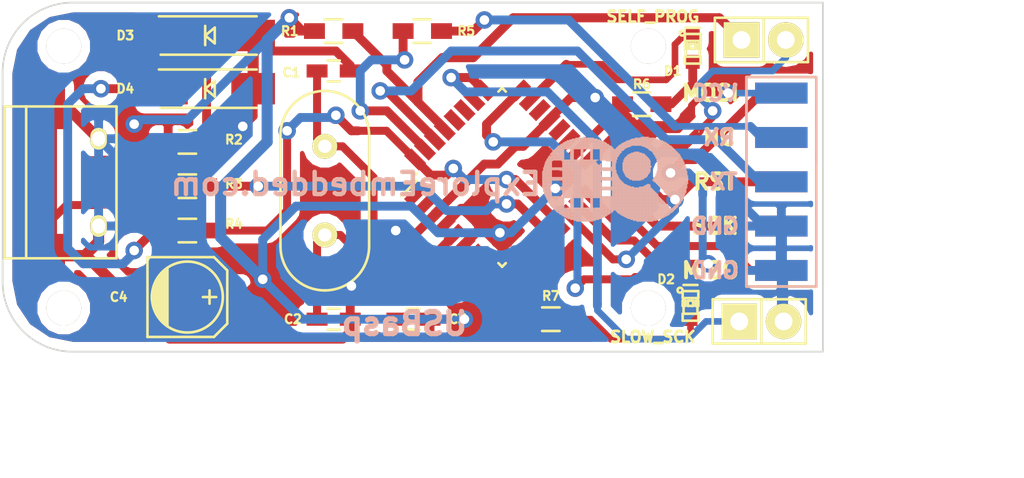
<source format=kicad_pcb>
(kicad_pcb (version 4) (host pcbnew "(2015-01-16 BZR 5376)-product")
  (layers (0 F.Cu signal) (31 B.Cu signal) (34 B.Paste user) (35 F.Paste user) (36 B.SilkS user) (37 F.SilkS user) (38 B.Mask user) (39 F.Mask user) (44 Edge.Cuts user))
  (net 0 "")
  (net 1 "Net-(C1-Pad1)")
  (net 2 GND)
  (net 3 "Net-(C2-Pad1)")
  (net 4 VCC)
  (net 5 "Net-(CON1-Pad2)")
  (net 6 "Net-(CON1-Pad3)")
  (net 7 "Net-(D1-Pad2)")
  (net 8 "Net-(D2-Pad2)")
  (net 9 "Net-(IC1-Pad1)")
  (net 10 "Net-(IC1-Pad2)")
  (net 11 "Net-(IC1-Pad9)")
  (net 12 "Net-(IC1-Pad10)")
  (net 13 "Net-(IC1-Pad11)")
  (net 14 "Net-(IC1-Pad12)")
  (net 15 "Net-(IC1-Pad13)")
  (net 16 "Net-(IC1-Pad14)")
  (net 17 "Net-(IC1-Pad15)")
  (net 18 "Net-(IC1-Pad16)")
  (net 19 "Net-(IC1-Pad17)")
  (net 20 "Net-(IC1-Pad19)")
  (net 21 "Net-(IC1-Pad20)")
  (net 22 "Net-(IC1-Pad22)")
  (net 23 "Net-(IC1-Pad25)")
  (net 24 "Net-(IC1-Pad26)")
  (net 25 "Net-(IC1-Pad27)")
  (net 26 "Net-(IC1-Pad28)")
  (net 27 "Net-(IC1-Pad29)")
  (net 28 "Net-(IC1-Pad30)")
  (net 29 "Net-(IC1-Pad31)")
  (net 30 "Net-(P1-Pad3)")
  (net 31 "Net-(P1-Pad4)")
  (net 32 "Net-(P2-Pad1)")
  (net 33 "Net-(P3-Pad1)")
  (net 34 "Net-(P4-Pad1)")
  (net 35 "Net-(P5-Pad1)")
  (net 36 "Net-(D1-Pad1)")
  (net 37 "Net-(D2-Pad1)")
  (module Pin_Headers:Pin_Header_Straight_1x02 (layer F.Cu) (at 148.336 88.138 90)
    (fp_text reference JP1 hide)
    (fp_text value SELF_PROG hide)
    (pad 1 thru_hole rect (at 0 0 90) (size 2.032 2.032) (drill 1.016) (layers *.Cu *.Mask F.SilkS) (net 27 "Net-(IC1-Pad29)"))
    (pad 2 thru_hole oval (at 0 2.54 90) (size 2.032 2.032) (drill 1.016) (layers *.Cu *.Mask F.SilkS) (net 16 "Net-(IC1-Pad14)"))
  )
  (module Pin_Headers:Pin_Header_Straight_1x02 (layer F.Cu) (at 148.209 104.267 90)
    (fp_text reference JP2 hide)
    (fp_text value SLOW_SCK hide)
    (pad 1 thru_hole rect (at 0 0 90) (size 2.032 2.032) (drill 1.016) (layers *.Cu *.Mask F.SilkS) (net 23 "Net-(IC1-Pad25)"))
    (pad 2 thru_hole oval (at 0 2.54 90) (size 2.032 2.032) (drill 1.016) (layers *.Cu *.Mask F.SilkS) (net 2 GND))
  )
  (module EE:USB_Micro-B_SMD (layer F.Cu) (at 111.5 95)
    (fp_text reference CON1 hide)
    (fp_text value USB-MICRO-B hide)
    (pad 1 smd rect (at 0 0) (size 1.778 0.4) (layers F.Cu F.Paste F.Mask) (net 4 VCC))
    (pad 2 smd rect (at 0 0.65) (size 1.778 0.4) (layers F.Cu F.Paste F.Mask) (net 5 "Net-(CON1-Pad2)"))
    (pad 3 smd rect (at 0 1.3) (size 1.778 0.4) (layers F.Cu F.Paste F.Mask) (net 6 "Net-(CON1-Pad3)"))
    (pad 4 smd rect (at 0 1.95) (size 1.778 0.4) (layers F.Cu F.Paste F.Mask) (net 2 GND))
    (pad 5 smd rect (at 0 2.6) (size 1.778 0.4) (layers F.Cu F.Paste F.Mask) (net 2 GND))
    (pad 6 thru_hole oval (at 0 -1.2) (size 0.95 1.25) (drill oval 0.75 0.85) (layers *.Cu *.Mask F.SilkS) (net 2 GND))
    (pad 7 thru_hole oval (at 0 3.8) (size 0.95 1.25) (drill oval 0.75 0.85) (layers *.Cu *.Mask F.SilkS) (net 2 GND))
    (pad 8 smd rect (at -2.7 -3) (size 1.55 2.5) (layers F.Cu F.Paste F.Mask) (net 2 GND))
    (pad 9 smd rect (at -2.7 5.5) (size 1.55 2.5) (layers F.Cu F.Paste F.Mask) (net 2 GND))
  )
  (module Connect:1pin (layer F.Cu) (at 143 88.5)
    (fp_text reference P5 hide)
    (fp_text value CONN_01X01 hide)
    (pad 1 thru_hole circle (at 0 0) (size 2 2) (drill 2) (layers *.Cu *.Mask F.SilkS) (net 35 "Net-(P5-Pad1)"))
  )
  (module Connect:1pin (layer F.Cu) (at 143 103.5)
    (fp_text reference P4 hide)
    (fp_text value CONN_01X01 hide)
    (pad 1 thru_hole circle (at 0 0) (size 2 2) (drill 2) (layers *.Cu *.Mask F.SilkS) (net 34 "Net-(P4-Pad1)"))
  )
  (module Connect:1pin (layer F.Cu) (at 109.5 103.5)
    (fp_text reference P3 hide)
    (fp_text value CONN_01X01 hide)
    (pad 1 thru_hole circle (at 0 0) (size 2 2) (drill 2) (layers *.Cu *.Mask F.SilkS) (net 33 "Net-(P3-Pad1)"))
  )
  (module Connect:1pin (layer F.Cu) (at 109.5 88.5)
    (fp_text reference P2 hide)
    (fp_text value CONN_01X01 hide)
    (pad 1 thru_hole circle (at 0 0) (size 2 2) (drill 2) (layers *.Cu *.Mask F.SilkS) (net 32 "Net-(P2-Pad1)"))
  )
  (module Capacitors_SMD:C_0603_HandSoldering (layer F.Cu) (at 124.968 89.916)
    (fp_text reference C1 (at -2.424669 0.089803) (layer F.SilkS) (effects (font (size 0.508 0.508) (thickness 0.127))))
    (fp_text value 22pF hide)
    (pad 1 smd rect (at -0.95 0) (size 1.2 0.75) (layers F.Cu F.Paste F.Mask) (net 1 "Net-(C1-Pad1)"))
    (pad 2 smd rect (at 0.95 0) (size 1.2 0.75) (layers F.Cu F.Paste F.Mask) (net 2 GND))
  )
  (module Capacitors_SMD:C_0603_HandSoldering (layer F.Cu) (at 124.968 104.14)
    (fp_text reference C2 (at -2.334867 0) (layer F.SilkS) (effects (font (size 0.508 0.508) (thickness 0.127))))
    (fp_text value 22pF hide)
    (pad 1 smd rect (at -0.95 0) (size 1.2 0.75) (layers F.Cu F.Paste F.Mask) (net 3 "Net-(C2-Pad1)"))
    (pad 2 smd rect (at 0.95 0) (size 1.2 0.75) (layers F.Cu F.Paste F.Mask) (net 2 GND))
  )
  (module Capacitors_SMD:C_0603_HandSoldering (layer F.Cu) (at 129.54 104.14)
    (fp_text reference C3 (at 2.54 0) (layer F.SilkS) (effects (font (size 0.508 0.508) (thickness 0.127))))
    (fp_text value 0.1uF hide)
    (pad 1 smd rect (at -0.95 0) (size 1.2 0.75) (layers F.Cu F.Paste F.Mask) (net 2 GND))
    (pad 2 smd rect (at 0.95 0) (size 1.2 0.75) (layers F.Cu F.Paste F.Mask) (net 4 VCC))
  )
  (module Capacitors_SMD:c_elec_4x5.8 (layer F.Cu) (at 116.586 102.87)
    (fp_text reference C4 (at -3.937 0) (layer F.SilkS) (effects (font (size 0.508 0.508) (thickness 0.127))))
    (fp_text value 4.7uF hide)
    (pad 1 smd rect (at 1.80086 0) (size 2.60096 1.6002) (layers F.Cu F.Paste F.Mask) (net 4 VCC))
    (pad 2 smd rect (at -1.80086 0) (size 2.60096 1.6002) (layers F.Cu F.Paste F.Mask) (net 2 GND))
  )
  (module EE:LED-0603_NEW (layer F.Cu) (at 145.542 88.646 90)
    (fp_text reference D1 (at -1.27 -1.143 360) (layer F.SilkS) (effects (font (size 0.508 0.508) (thickness 0.127))))
    (fp_text value RED hide)
    (pad 1 smd rect (at -0.7493 0 90) (size 0.79756 0.79756) (layers F.Cu F.Paste F.Mask) (net 36 "Net-(D1-Pad1)"))
    (pad 2 smd rect (at 0.7493 0 90) (size 0.79756 0.79756) (layers F.Cu F.Paste F.Mask) (net 7 "Net-(D1-Pad2)"))
  )
  (module EE:LED-0603_NEW (layer F.Cu) (at 145.415 103.378 90)
    (fp_text reference D2 (at 1.524 -1.397 360) (layer F.SilkS) (effects (font (size 0.508 0.508) (thickness 0.127))))
    (fp_text value GREEN hide)
    (pad 1 smd rect (at -0.7493 0 90) (size 0.79756 0.79756) (layers F.Cu F.Paste F.Mask) (net 37 "Net-(D2-Pad1)"))
    (pad 2 smd rect (at 0.7493 0 90) (size 0.79756 0.79756) (layers F.Cu F.Paste F.Mask) (net 8 "Net-(D2-Pad2)"))
  )
  (module EE:5X2_FRC_2SIDE_EE (layer F.Cu) (at 150.622 96.266)
    (fp_text reference P1 hide)
    (fp_text value CONN_02X05 hide)
    (pad 1 smd rect (at 0 -5.08) (size 3 1.2) (layers F.Cu F.Paste F.Mask) (net 17 "Net-(IC1-Pad15)"))
    (pad 2 smd rect (at 0 -5.08) (size 3 1.2) (layers B.Cu F.Paste F.Mask) (net 4 VCC))
    (pad 3 smd rect (at 0 -2.54) (size 3 1.2) (layers F.Cu F.Paste F.Mask) (net 30 "Net-(P1-Pad3)"))
    (pad 4 smd rect (at 0 -2.54) (size 3 1.2) (layers B.Cu F.Paste F.Mask) (net 31 "Net-(P1-Pad4)"))
    (pad 5 smd rect (at 0 0) (size 3 1.2) (layers F.Cu F.Paste F.Mask) (net 16 "Net-(IC1-Pad14)"))
    (pad 6 smd rect (at 0 0) (size 3 1.2) (layers B.Cu F.Paste F.Mask) (net 28 "Net-(IC1-Pad30)"))
    (pad 7 smd rect (at 0 2.54) (size 3 1.2) (layers F.Cu F.Paste F.Mask) (net 19 "Net-(IC1-Pad17)"))
    (pad 8 smd rect (at 0 2.54) (size 3 1.2) (layers B.Cu F.Paste F.Mask) (net 2 GND))
    (pad 9 smd rect (at 0 5.08) (size 3 1.2) (layers F.Cu F.Paste F.Mask) (net 18 "Net-(IC1-Pad16)"))
    (pad 10 smd rect (at 0 5.08) (size 3 1.2) (layers B.Cu F.Paste F.Mask) (net 2 GND))
  )
  (module Resistors_SMD:R_0603_HandSoldering (layer F.Cu) (at 124.968 87.63 180)
    (fp_text reference R1 (at 2.514472 0 180) (layer F.SilkS) (effects (font (size 0.508 0.508) (thickness 0.127))))
    (fp_text value 10K hide)
    (pad 1 smd rect (at -1.1 0 180) (size 1.2 0.9) (layers F.Cu F.Paste F.Mask) (net 27 "Net-(IC1-Pad29)"))
    (pad 2 smd rect (at 1.1 0 180) (size 1.2 0.9) (layers F.Cu F.Paste F.Mask) (net 4 VCC))
  )
  (module Resistors_SMD:R_0603_HandSoldering (layer F.Cu) (at 116.586 93.98)
    (fp_text reference R2 (at 2.667 -0.127) (layer F.SilkS) (effects (font (size 0.508 0.508) (thickness 0.127))))
    (fp_text value 2.2K hide)
    (pad 1 smd rect (at -1.1 0) (size 1.2 0.9) (layers F.Cu F.Paste F.Mask) (net 4 VCC))
    (pad 2 smd rect (at 1.1 0) (size 1.2 0.9) (layers F.Cu F.Paste F.Mask) (net 5 "Net-(CON1-Pad2)"))
  )
  (module Resistors_SMD:R_0603_HandSoldering (layer F.Cu) (at 116.586 96.52)
    (fp_text reference R3 (at 2.667 -0.127) (layer F.SilkS) (effects (font (size 0.508 0.508) (thickness 0.127))))
    (fp_text value 68E hide)
    (pad 1 smd rect (at -1.1 0) (size 1.2 0.9) (layers F.Cu F.Paste F.Mask) (net 5 "Net-(CON1-Pad2)"))
    (pad 2 smd rect (at 1.1 0) (size 1.2 0.9) (layers F.Cu F.Paste F.Mask) (net 14 "Net-(IC1-Pad12)"))
  )
  (module Resistors_SMD:R_0603_HandSoldering (layer F.Cu) (at 116.586 99.06)
    (fp_text reference R4 (at 2.667 -0.381) (layer F.SilkS) (effects (font (size 0.508 0.508) (thickness 0.127))))
    (fp_text value 68E hide)
    (pad 1 smd rect (at -1.1 0) (size 1.2 0.9) (layers F.Cu F.Paste F.Mask) (net 6 "Net-(CON1-Pad3)"))
    (pad 2 smd rect (at 1.1 0) (size 1.2 0.9) (layers F.Cu F.Paste F.Mask) (net 15 "Net-(IC1-Pad13)"))
  )
  (module Resistors_SMD:R_0603_HandSoldering (layer F.Cu) (at 130.048 87.63 180)
    (fp_text reference R5 (at -2.514472 0 180) (layer F.SilkS) (effects (font (size 0.508 0.508) (thickness 0.127))))
    (fp_text value 1k hide)
    (pad 1 smd rect (at -1.1 0 180) (size 1.2 0.9) (layers F.Cu F.Paste F.Mask) (net 31 "Net-(P1-Pad4)"))
    (pad 2 smd rect (at 1.1 0 180) (size 1.2 0.9) (layers F.Cu F.Paste F.Mask) (net 29 "Net-(IC1-Pad31)"))
  )
  (module Crystals:HC-49V (layer F.Cu) (at 124.46 96.774 270)
    (fp_text reference X1 hide)
    (fp_text value 12MHz hide)
    (pad 1 thru_hole circle (at -2.54 0 270) (size 1.4224 1.4224) (drill 0.762) (layers *.Cu *.Mask F.SilkS) (net 1 "Net-(C1-Pad1)"))
    (pad 2 thru_hole circle (at 2.54 0 270) (size 1.4224 1.4224) (drill 0.762) (layers *.Cu *.Mask F.SilkS) (net 3 "Net-(C2-Pad1)"))
  )
  (module Housings_QFP:LQFP-32_7x7mm_Pitch0.8mm (layer F.Cu) (at 134.62 96.012 45)
    (fp_text reference IC1 hide)
    (fp_text value ATMEGA8-AI hide)
    (pad 1 smd rect (at -4.25 -2.8 45) (size 1.2 0.6) (layers F.Cu F.Paste F.Mask) (net 9 "Net-(IC1-Pad1)"))
    (pad 2 smd rect (at -4.25 -2 45) (size 1.2 0.6) (layers F.Cu F.Paste F.Mask) (net 10 "Net-(IC1-Pad2)"))
    (pad 3 smd rect (at -4.25 -1.2 45) (size 1.2 0.6) (layers F.Cu F.Paste F.Mask) (net 2 GND))
    (pad 4 smd rect (at -4.25 -0.4 45) (size 1.2 0.6) (layers F.Cu F.Paste F.Mask) (net 4 VCC))
    (pad 5 smd rect (at -4.25 0.4 45) (size 1.2 0.6) (layers F.Cu F.Paste F.Mask) (net 2 GND))
    (pad 6 smd rect (at -4.25 1.2 45) (size 1.2 0.6) (layers F.Cu F.Paste F.Mask) (net 4 VCC))
    (pad 7 smd rect (at -4.25 2 45) (size 1.2 0.6) (layers F.Cu F.Paste F.Mask) (net 1 "Net-(C1-Pad1)"))
    (pad 8 smd rect (at -4.25 2.8 45) (size 1.2 0.6) (layers F.Cu F.Paste F.Mask) (net 3 "Net-(C2-Pad1)"))
    (pad 9 smd rect (at -2.8 4.25 135) (size 1.2 0.6) (layers F.Cu F.Paste F.Mask) (net 11 "Net-(IC1-Pad9)"))
    (pad 10 smd rect (at -2 4.25 135) (size 1.2 0.6) (layers F.Cu F.Paste F.Mask) (net 12 "Net-(IC1-Pad10)"))
    (pad 11 smd rect (at -1.2 4.25 135) (size 1.2 0.6) (layers F.Cu F.Paste F.Mask) (net 13 "Net-(IC1-Pad11)"))
    (pad 12 smd rect (at -0.4 4.25 135) (size 1.2 0.6) (layers F.Cu F.Paste F.Mask) (net 14 "Net-(IC1-Pad12)"))
    (pad 13 smd rect (at 0.4 4.25 135) (size 1.2 0.6) (layers F.Cu F.Paste F.Mask) (net 15 "Net-(IC1-Pad13)"))
    (pad 14 smd rect (at 1.2 4.25 135) (size 1.2 0.6) (layers F.Cu F.Paste F.Mask) (net 16 "Net-(IC1-Pad14)"))
    (pad 15 smd rect (at 2 4.25 135) (size 1.2 0.6) (layers F.Cu F.Paste F.Mask) (net 17 "Net-(IC1-Pad15)"))
    (pad 16 smd rect (at 2.8 4.25 135) (size 1.2 0.6) (layers F.Cu F.Paste F.Mask) (net 18 "Net-(IC1-Pad16)"))
    (pad 17 smd rect (at 4.25 2.8 45) (size 1.2 0.6) (layers F.Cu F.Paste F.Mask) (net 19 "Net-(IC1-Pad17)"))
    (pad 18 smd rect (at 4.25 2 45) (size 1.2 0.6) (layers F.Cu F.Paste F.Mask) (net 4 VCC))
    (pad 19 smd rect (at 4.25 1.2 45) (size 1.2 0.6) (layers F.Cu F.Paste F.Mask) (net 20 "Net-(IC1-Pad19)"))
    (pad 20 smd rect (at 4.25 0.4 45) (size 1.2 0.6) (layers F.Cu F.Paste F.Mask) (net 21 "Net-(IC1-Pad20)"))
    (pad 21 smd rect (at 4.25 -0.4 45) (size 1.2 0.6) (layers F.Cu F.Paste F.Mask) (net 2 GND))
    (pad 22 smd rect (at 4.25 -1.2 45) (size 1.2 0.6) (layers F.Cu F.Paste F.Mask) (net 22 "Net-(IC1-Pad22)"))
    (pad 23 smd rect (at 4.25 -2 45) (size 1.2 0.6) (layers F.Cu F.Paste F.Mask) (net 7 "Net-(D1-Pad2)"))
    (pad 24 smd rect (at 4.25 -2.8 45) (size 1.2 0.6) (layers F.Cu F.Paste F.Mask) (net 8 "Net-(D2-Pad2)"))
    (pad 25 smd rect (at 2.8 -4.25 135) (size 1.2 0.6) (layers F.Cu F.Paste F.Mask) (net 23 "Net-(IC1-Pad25)"))
    (pad 26 smd rect (at 2 -4.25 135) (size 1.2 0.6) (layers F.Cu F.Paste F.Mask) (net 24 "Net-(IC1-Pad26)"))
    (pad 27 smd rect (at 1.2 -4.25 135) (size 1.2 0.6) (layers F.Cu F.Paste F.Mask) (net 25 "Net-(IC1-Pad27)"))
    (pad 28 smd rect (at 0.4 -4.25 135) (size 1.2 0.6) (layers F.Cu F.Paste F.Mask) (net 26 "Net-(IC1-Pad28)"))
    (pad 29 smd rect (at -0.4 -4.25 135) (size 1.2 0.6) (layers F.Cu F.Paste F.Mask) (net 27 "Net-(IC1-Pad29)"))
    (pad 30 smd rect (at -1.2 -4.25 135) (size 1.2 0.6) (layers F.Cu F.Paste F.Mask) (net 28 "Net-(IC1-Pad30)"))
    (pad 31 smd rect (at -2 -4.25 135) (size 1.2 0.6) (layers F.Cu F.Paste F.Mask) (net 29 "Net-(IC1-Pad31)"))
    (pad 32 smd rect (at -2.8 -4.25 135) (size 1.2 0.6) (layers F.Cu F.Paste F.Mask) (net 15 "Net-(IC1-Pad13)"))
  )
  (module EE:ZenerDiode_SMD_new (layer F.Cu) (at 117.856 87.884)
    (fp_text reference D3 (at -4.826 0) (layer F.SilkS) (effects (font (size 0.508 0.508) (thickness 0.127))))
    (fp_text value 3.6V hide)
    (pad 2 smd rect (at -2.49936 0) (size 2.5 1.80086) (layers F.Cu F.Paste F.Mask) (net 5 "Net-(CON1-Pad2)"))
    (pad 1 smd rect (at 2.49936 0) (size 2.5 1.80086) (layers F.Cu F.Paste F.Mask) (net 2 GND))
  )
  (module EE:ZenerDiode_SMD_new (layer F.Cu) (at 117.856 90.932)
    (fp_text reference D4 (at -4.826 0) (layer F.SilkS) (effects (font (size 0.508 0.508) (thickness 0.127))))
    (fp_text value 3.6V hide)
    (pad 2 smd rect (at -2.49936 0) (size 2.5 1.80086) (layers F.Cu F.Paste F.Mask) (net 6 "Net-(CON1-Pad3)"))
    (pad 1 smd rect (at 2.49936 0) (size 2.5 1.80086) (layers F.Cu F.Paste F.Mask) (net 2 GND))
  )
  (module "logo:LOGO (2)" (layer B.Cu) (at 145.923 93.345 180)
    (fp_text reference LOGO hide)
    (fp_text value "" (at 0 0 180) (layer B.SilkS) (effects (justify mirror)))
  )
  (module Resistors_SMD:R_0603_HandSoldering (layer F.Cu) (at 142.621 91.821)
    (fp_text reference R6 (at 0 -1.143) (layer F.SilkS) (effects (font (size 0.508 0.508) (thickness 0.127))))
    (fp_text value 1k hide)
    (pad 1 smd rect (at -1.1 0) (size 1.2 0.9) (layers F.Cu F.Paste F.Mask) (net 4 VCC))
    (pad 2 smd rect (at 1.1 0) (size 1.2 0.9) (layers F.Cu F.Paste F.Mask) (net 36 "Net-(D1-Pad1)"))
  )
  (module Resistors_SMD:R_0603_HandSoldering (layer F.Cu) (at 137.414 104.14)
    (fp_text reference R7 (at 0 -1.3335) (layer F.SilkS) (effects (font (size 0.508 0.508) (thickness 0.127))))
    (fp_text value 1k hide)
    (pad 1 smd rect (at -1.1 0) (size 1.2 0.9) (layers F.Cu F.Paste F.Mask) (net 4 VCC))
    (pad 2 smd rect (at 1.1 0) (size 1.2 0.9) (layers F.Cu F.Paste F.Mask) (net 37 "Net-(D2-Pad1)"))
  )
  (gr_text USBasp (at 129.032 104.394) (layer B.SilkS) (effects (font (size 1.27 1.27) (thickness 0.3)) (justify mirror)))
  (gr_text ExploreEmbedded.com (at 126.238 96.393) (layer B.SilkS) (effects (font (size 1.27 1.27) (thickness 0.254)) (justify mirror)))
  (gr_line (start 110 86) (end 153 86) (angle 90) (layer Edge.Cuts) (width 0.1))
  (gr_line (start 106 90) (end 106 102) (angle 90) (layer Edge.Cuts) (width 0.1))
  (gr_line (start 110 106) (end 153 106) (angle 90) (layer Edge.Cuts) (width 0.1))
  (gr_arc (start 110 102) (end 110 106) (angle 90) (layer Edge.Cuts) (width 0.1))
  (gr_arc (start 110 90) (end 106 90) (angle 90) (layer Edge.Cuts) (width 0.1))
  (gr_text RX (at 147.066 93.726) (layer B.SilkS) (effects (font (size 0.889 0.889) (thickness 0.22225)) (justify mirror)))
  (gr_text GND (at 146.812 101.346) (layer B.SilkS) (effects (font (size 0.889 0.889) (thickness 0.22225)) (justify mirror)))
  (gr_text GND (at 146.812 98.806) (layer B.SilkS) (effects (font (size 0.889 0.889) (thickness 0.22225)) (justify mirror)))
  (gr_text TX (at 147.32 96.266) (layer B.SilkS) (effects (font (size 0.889 0.889) (thickness 0.22225)) (justify mirror)))
  (gr_text VCC (at 146.812 91.186) (layer B.SilkS) (effects (font (size 0.889 0.889) (thickness 0.22225)) (justify mirror)))
  (gr_text MISO (at 146.558 101.346) (layer F.SilkS) (effects (font (size 0.889 0.889) (thickness 0.22225))))
  (gr_text SCK (at 146.812 98.806) (layer F.SilkS) (effects (font (size 0.889 0.889) (thickness 0.22225))))
  (gr_text RST (at 146.812 96.266) (layer F.SilkS) (effects (font (size 0.889 0.889) (thickness 0.22225))))
  (gr_text NC (at 147.066 93.726) (layer F.SilkS) (effects (font (size 0.889 0.889) (thickness 0.22225))))
  (gr_text MOSI (at 146.558 91.186) (layer F.SilkS) (effects (font (size 0.889 0.889) (thickness 0.22225))))
  (gr_text SELF_PROG (at 143.256 86.8045) (layer F.SilkS) (effects (font (size 0.635 0.635) (thickness 0.15875))))
  (gr_text SLOW_SCK (at 143.256 105.156) (layer F.SilkS) (effects (font (size 0.635 0.635) (thickness 0.15875))))
  (gr_line (start 153 106) (end 153 86) (angle 90) (layer Edge.Cuts) (width 0.1))
  (segment (start 124.018 93.792) (end 124.46 94.234) (width 0.4572) (layer F.Cu) (net 1))
  (segment (start 124.018 89.916) (end 124.018 93.792) (width 0.4572) (layer F.Cu) (net 1))
  (segment (start 125.476 94.234) (end 124.46 94.234) (width 0.4572) (layer F.Cu) (net 1))
  (segment (start 127.254 96.012) (end 125.476 94.234) (width 0.4572) (layer F.Cu) (net 1))
  (segment (start 127.254 99.568) (end 127.254 96.012) (width 0.4572) (layer F.Cu) (net 1))
  (segment (start 129.286 101.6) (end 127.254 99.568) (width 0.4572) (layer F.Cu) (net 1))
  (segment (start 131.826 101.6) (end 129.286 101.6) (width 0.4572) (layer F.Cu) (net 1))
  (segment (start 132.994583 100.431417) (end 131.826 101.6) (width 0.4572) (layer F.Cu) (net 1))
  (segment (start 133.02901 100.431417) (end 132.994583 100.431417) (width 0.4572) (layer F.Cu) (net 1))
  (segment (start 130.867686 100.33) (end 131.897639 99.300047) (width 0.508) (layer F.Cu) (net 2))
  (segment (start 130.048 100.33) (end 130.867686 100.33) (width 0.508) (layer F.Cu) (net 2))
  (segment (start 129.667 99.949) (end 130.048 100.33) (width 0.508) (layer F.Cu) (net 2))
  (segment (start 129.667 99.2505) (end 129.667 99.949) (width 0.508) (layer F.Cu) (net 2))
  (segment (start 129.69875 99.21875) (end 129.667 99.2505) (width 0.508) (layer F.Cu) (net 2))
  (segment (start 130.748824 98.168676) (end 129.69875 99.21875) (width 0.508) (layer F.Cu) (net 2))
  (segment (start 130.766268 98.168676) (end 130.748824 98.168676) (width 0.508) (layer F.Cu) (net 2))
  (segment (start 125.918 104.14) (end 128.59 104.14) (width 0.4572) (layer F.Cu) (net 2))
  (segment (start 111.5 96.95) (end 111.5 97.6) (width 0.4572) (layer F.Cu) (net 2))
  (segment (start 108.8 98.464) (end 109.664 97.6) (width 0.4572) (layer F.Cu) (net 2))
  (segment (start 109.664 97.6) (end 111.5 97.6) (width 0.4572) (layer F.Cu) (net 2))
  (segment (start 108.8 100.5) (end 108.8 98.464) (width 0.4572) (layer F.Cu) (net 2))
  (segment (start 108.8 92) (end 108.8 100.5) (width 0.635) (layer F.Cu) (net 2))
  (segment (start 113.157 102.87) (end 110.787 100.5) (width 0.635) (layer F.Cu) (net 2))
  (segment (start 110.787 100.5) (end 108.8 100.5) (width 0.635) (layer F.Cu) (net 2))
  (segment (start 114.78514 102.87) (end 113.157 102.87) (width 0.635) (layer F.Cu) (net 2))
  (segment (start 120.35536 87.884) (end 120.35536 90.932) (width 0.635) (layer F.Cu) (net 2))
  (segment (start 121.24436 88.773) (end 120.35536 87.884) (width 0.508) (layer F.Cu) (net 2))
  (segment (start 125.095 88.773) (end 121.24436 88.773) (width 0.508) (layer F.Cu) (net 2))
  (segment (start 125.918 89.596) (end 125.095 88.773) (width 0.508) (layer F.Cu) (net 2))
  (segment (start 125.918 89.916) (end 125.918 89.596) (width 0.508) (layer F.Cu) (net 2))
  (segment (start 109.7 92) (end 111.5 93.8) (width 0.635) (layer F.Cu) (net 2))
  (segment (start 108.8 92) (end 109.7 92) (width 0.635) (layer F.Cu) (net 2))
  (segment (start 110.701 100.5) (end 111.5 99.701) (width 0.635) (layer F.Cu) (net 2))
  (segment (start 111.5 99.701) (end 111.5 98.8) (width 0.635) (layer F.Cu) (net 2))
  (segment (start 108.8 100.5) (end 110.701 100.5) (width 0.635) (layer F.Cu) (net 2))
  (segment (start 120.35536 92.49664) (end 119.761 93.091) (width 0.508) (layer F.Cu) (net 2))
  (via (at 119.761 93.091) (size 1) (drill 0.55) (layers F.Cu B.Cu) (net 2))
  (segment (start 119.761 93.091) (end 118.237 94.615) (width 0.508) (layer B.Cu) (net 2))
  (segment (start 118.237 94.615) (end 112.315 94.615) (width 0.508) (layer B.Cu) (net 2))
  (segment (start 112.315 94.615) (end 111.5 93.8) (width 0.508) (layer B.Cu) (net 2))
  (segment (start 120.35536 90.932) (end 120.35536 92.49664) (width 0.508) (layer F.Cu) (net 2))
  (segment (start 125.918 104.841) (end 125.918 104.14) (width 0.508) (layer F.Cu) (net 2))
  (segment (start 125.476 105.283) (end 125.918 104.841) (width 0.508) (layer F.Cu) (net 2))
  (segment (start 115.57 105.283) (end 125.476 105.283) (width 0.508) (layer F.Cu) (net 2))
  (segment (start 114.78514 104.49814) (end 115.57 105.283) (width 0.508) (layer F.Cu) (net 2))
  (segment (start 114.78514 102.87) (end 114.78514 104.49814) (width 0.508) (layer F.Cu) (net 2))
  (segment (start 150.622 98.806) (end 150.622 101.346) (width 0.635) (layer B.Cu) (net 2))
  (segment (start 128.68275 99.21875) (end 128.524 99.06) (width 0.508) (layer F.Cu) (net 2))
  (via (at 128.524 99.06) (size 1) (drill 0.55) (layers F.Cu B.Cu) (net 2))
  (segment (start 128.524 99.06) (end 125.984 101.6) (width 0.508) (layer B.Cu) (net 2))
  (segment (start 125.984 101.6) (end 125.984 102.235) (width 0.508) (layer B.Cu) (net 2))
  (via (at 125.984 102.235) (size 1) (drill 0.55) (layers F.Cu B.Cu) (net 2))
  (segment (start 125.984 102.235) (end 125.918 102.301) (width 0.508) (layer F.Cu) (net 2))
  (segment (start 125.918 102.301) (end 125.918 104.14) (width 0.508) (layer F.Cu) (net 2))
  (segment (start 129.69875 99.21875) (end 128.68275 99.21875) (width 0.508) (layer F.Cu) (net 2))
  (segment (start 133.604 95.25) (end 134.366 95.25) (width 0.508) (layer F.Cu) (net 2))
  (segment (start 134.366 95.25) (end 135.382 94.234) (width 0.508) (layer F.Cu) (net 2))
  (segment (start 135.382 94.234) (end 135.832314 94.234) (width 0.508) (layer F.Cu) (net 2))
  (segment (start 135.832314 94.234) (end 137.342361 92.723953) (width 0.508) (layer F.Cu) (net 2))
  (segment (start 130.766268 98.087732) (end 133.604 95.25) (width 0.508) (layer F.Cu) (net 2))
  (segment (start 130.766268 98.168676) (end 130.766268 98.087732) (width 0.508) (layer F.Cu) (net 2))
  (segment (start 150.622 98.806) (end 149.606 98.806) (width 0.508) (layer B.Cu) (net 2))
  (segment (start 138.557 91.44) (end 139.065 91.44) (width 0.508) (layer F.Cu) (net 2))
  (segment (start 141.859 93.345) (end 139.954 91.44) (width 0.508) (layer B.Cu) (net 2))
  (segment (start 147.574 96.774) (end 147.574 96.139) (width 0.508) (layer B.Cu) (net 2))
  (segment (start 147.574 96.139) (end 146.05 94.615) (width 0.508) (layer B.Cu) (net 2))
  (segment (start 146.05 94.615) (end 143.129 94.615) (width 0.508) (layer B.Cu) (net 2))
  (segment (start 143.129 94.615) (end 141.859 93.345) (width 0.508) (layer B.Cu) (net 2))
  (segment (start 149.606 98.806) (end 147.574 96.774) (width 0.508) (layer B.Cu) (net 2))
  (segment (start 139.954 91.44) (end 139.065 91.44) (width 0.508) (layer F.Cu) (net 2))
  (via (at 139.954 91.44) (size 1) (drill 0.55) (layers F.Cu B.Cu) (net 2))
  (segment (start 137.342361 92.654639) (end 138.557 91.44) (width 0.508) (layer F.Cu) (net 2))
  (segment (start 137.342361 92.723953) (end 137.342361 92.654639) (width 0.508) (layer F.Cu) (net 2))
  (segment (start 150.622 104.14) (end 150.749 104.267) (width 0.508) (layer B.Cu) (net 2))
  (segment (start 150.622 101.346) (end 150.622 104.14) (width 0.508) (layer B.Cu) (net 2))
  (segment (start 150.749 101.473) (end 150.622 101.346) (width 0.508) (layer B.Cu) (net 2))
  (segment (start 150.749 104.267) (end 150.749 101.473) (width 0.508) (layer B.Cu) (net 2))
  (segment (start 124.018 101.534) (end 124.018 104.14) (width 0.4572) (layer F.Cu) (net 3))
  (segment (start 124.018 99.756) (end 124.46 99.314) (width 0.4572) (layer F.Cu) (net 3))
  (segment (start 124.018 104.14) (end 124.018 99.756) (width 0.4572) (layer F.Cu) (net 3))
  (segment (start 125.349 99.314) (end 124.46 99.314) (width 0.4572) (layer F.Cu) (net 3))
  (segment (start 128.524 102.489) (end 125.349 99.314) (width 0.4572) (layer F.Cu) (net 3))
  (segment (start 132.08 102.489) (end 128.524 102.489) (width 0.4572) (layer F.Cu) (net 3))
  (segment (start 133.571897 100.997103) (end 132.08 102.489) (width 0.4572) (layer F.Cu) (net 3))
  (segment (start 133.594695 100.997103) (end 133.571897 100.997103) (width 0.4572) (layer F.Cu) (net 3))
  (segment (start 134.747 104.14) (end 132.461 104.14) (width 0.381) (layer F.Cu) (net 4))
  (segment (start 133.477 98.852056) (end 132.463324 99.865732) (width 0.508) (layer F.Cu) (net 4))
  (segment (start 133.477 98.171) (end 133.477 98.852056) (width 0.508) (layer F.Cu) (net 4))
  (segment (start 133.35 98.044) (end 133.477 98.171) (width 0.508) (layer F.Cu) (net 4))
  (segment (start 133.096 97.79) (end 133.35 98.044) (width 0.508) (layer F.Cu) (net 4))
  (segment (start 132.2705 97.79) (end 133.096 97.79) (width 0.508) (layer F.Cu) (net 4))
  (segment (start 131.331953 98.728547) (end 132.2705 97.79) (width 0.508) (layer F.Cu) (net 4))
  (segment (start 131.331953 98.734361) (end 131.331953 98.728547) (width 0.508) (layer F.Cu) (net 4))
  (segment (start 113.153 95) (end 114.173 93.98) (width 0.4572) (layer F.Cu) (net 4))
  (segment (start 114.173 93.98) (end 115.486 93.98) (width 0.4572) (layer F.Cu) (net 4))
  (segment (start 111.5 95) (end 113.153 95) (width 0.4572) (layer F.Cu) (net 4))
  (segment (start 113.792 92.71) (end 113.538 92.964) (width 0.508) (layer B.Cu) (net 4))
  (via (at 113.538 92.964) (size 1) (drill 0.55) (layers F.Cu B.Cu) (net 4))
  (segment (start 113.538 92.964) (end 114.554 93.98) (width 0.508) (layer F.Cu) (net 4))
  (segment (start 114.554 93.98) (end 115.486 93.98) (width 0.508) (layer F.Cu) (net 4))
  (segment (start 123.868 87.63) (end 123.19 87.63) (width 0.508) (layer F.Cu) (net 4))
  (segment (start 116.586 92.71) (end 114.681 92.71) (width 0.508) (layer B.Cu) (net 4))
  (segment (start 122.428 86.868) (end 116.586 92.71) (width 0.508) (layer B.Cu) (net 4))
  (via (at 122.428 86.868) (size 1) (drill 0.55) (layers F.Cu B.Cu) (net 4))
  (segment (start 123.19 87.63) (end 122.428 86.868) (width 0.508) (layer F.Cu) (net 4))
  (segment (start 114.681 92.71) (end 113.792 92.71) (width 0.508) (layer B.Cu) (net 4))
  (segment (start 121.158 93.98) (end 121.158 88.138) (width 0.635) (layer B.Cu) (net 4))
  (segment (start 118.491 96.647) (end 121.158 93.98) (width 0.635) (layer B.Cu) (net 4))
  (segment (start 118.491 99.441) (end 118.491 96.647) (width 0.635) (layer B.Cu) (net 4))
  (segment (start 120.904 101.854) (end 118.491 99.441) (width 0.635) (layer B.Cu) (net 4))
  (segment (start 121.158 88.138) (end 122.428 86.868) (width 0.635) (layer B.Cu) (net 4))
  (via (at 120.904 101.854) (size 1) (drill 0.55) (layers F.Cu B.Cu) (net 4))
  (segment (start 119.888 102.87) (end 120.904 101.854) (width 0.635) (layer F.Cu) (net 4))
  (segment (start 118.38686 102.87) (end 119.888 102.87) (width 0.635) (layer F.Cu) (net 4))
  (via (at 134.493 99.187) (size 1) (drill 0.55) (layers F.Cu B.Cu) (net 4))
  (segment (start 133.35 98.044) (end 134.493 99.187) (width 0.508) (layer F.Cu) (net 4))
  (segment (start 120.904 99.568) (end 120.904 101.854) (width 0.508) (layer B.Cu) (net 4))
  (segment (start 122.809 97.663) (end 120.904 99.568) (width 0.508) (layer B.Cu) (net 4))
  (segment (start 129.286 97.663) (end 122.809 97.663) (width 0.508) (layer B.Cu) (net 4))
  (via (at 132.461 104.14) (size 1) (drill 0.55) (layers F.Cu B.Cu) (net 4))
  (segment (start 130.49 104.14) (end 132.461 104.14) (width 0.508) (layer F.Cu) (net 4))
  (segment (start 131.331953 98.728547) (end 131.331953 98.734361) (width 0.508) (layer F.Cu) (net 4))
  (segment (start 132.2705 97.79) (end 131.331953 98.728547) (width 0.508) (layer F.Cu) (net 4))
  (segment (start 133.096 97.79) (end 132.2705 97.79) (width 0.508) (layer F.Cu) (net 4))
  (segment (start 133.477 98.171) (end 133.096 97.79) (width 0.508) (layer F.Cu) (net 4))
  (segment (start 133.477 98.806) (end 133.477 98.171) (width 0.508) (layer F.Cu) (net 4))
  (segment (start 132.463324 99.819676) (end 133.477 98.806) (width 0.508) (layer F.Cu) (net 4))
  (segment (start 132.463324 99.865732) (end 132.463324 99.819676) (width 0.508) (layer F.Cu) (net 4))
  (segment (start 130.937 99.187) (end 129.413 97.663) (width 0.508) (layer B.Cu) (net 4))
  (segment (start 129.413 97.663) (end 129.286 97.663) (width 0.508) (layer B.Cu) (net 4))
  (segment (start 134.493 99.187) (end 130.937 99.187) (width 0.508) (layer B.Cu) (net 4))
  (segment (start 137.668 95.758) (end 137.668 96.647) (width 0.508) (layer F.Cu) (net 4))
  (segment (start 134.493 99.187) (end 135.128 99.187) (width 0.508) (layer B.Cu) (net 4))
  (via (at 137.668 96.647) (size 1) (drill 0.55) (layers F.Cu B.Cu) (net 4))
  (segment (start 135.128 99.187) (end 137.668 96.647) (width 0.508) (layer B.Cu) (net 4))
  (segment (start 139.00499 94.42101) (end 137.668 95.758) (width 0.508) (layer F.Cu) (net 4))
  (segment (start 139.039417 94.42101) (end 139.00499 94.42101) (width 0.508) (layer F.Cu) (net 4))
  (segment (start 123.19 104.14) (end 120.904 101.854) (width 0.508) (layer B.Cu) (net 4))
  (segment (start 132.461 104.14) (end 123.19 104.14) (width 0.508) (layer B.Cu) (net 4))
  (segment (start 132.461 104.14) (end 136.314 104.14) (width 0.4572) (layer F.Cu) (net 4))
  (segment (start 141.521 91.905) (end 141.521 91.821) (width 0.4572) (layer F.Cu) (net 4))
  (segment (start 139.039417 94.386583) (end 141.521 91.905) (width 0.4572) (layer F.Cu) (net 4))
  (segment (start 139.039417 94.42101) (end 139.039417 94.386583) (width 0.4572) (layer F.Cu) (net 4))
  (segment (start 142.621 93.2815) (end 144.7165 93.2815) (width 0.381) (layer F.Cu) (net 4))
  (segment (start 144.7165 93.2815) (end 145.4785 92.5195) (width 0.381) (layer F.Cu) (net 4))
  (segment (start 145.4785 92.5195) (end 145.4785 91.8845) (width 0.381) (layer F.Cu) (net 4))
  (segment (start 145.4785 91.8845) (end 146.177 91.186) (width 0.381) (layer F.Cu) (net 4))
  (via (at 147.574 91.186) (size 1) (drill 0.55) (layers F.Cu B.Cu) (net 4))
  (segment (start 141.521 92.1815) (end 142.621 93.2815) (width 0.381) (layer F.Cu) (net 4))
  (segment (start 141.521 91.821) (end 141.521 92.1815) (width 0.381) (layer F.Cu) (net 4))
  (segment (start 150.622 91.186) (end 147.574 91.186) (width 0.381) (layer B.Cu) (net 4))
  (segment (start 141.521 92.1815) (end 141.521 91.821) (width 0.381) (layer F.Cu) (net 4))
  (segment (start 142.621 93.2815) (end 141.521 92.1815) (width 0.381) (layer F.Cu) (net 4))
  (segment (start 144.7165 93.2815) (end 142.621 93.2815) (width 0.381) (layer F.Cu) (net 4))
  (segment (start 145.4785 92.5195) (end 144.7165 93.2815) (width 0.381) (layer F.Cu) (net 4))
  (segment (start 145.4785 91.8845) (end 145.4785 92.5195) (width 0.381) (layer F.Cu) (net 4))
  (segment (start 146.177 91.186) (end 145.4785 91.8845) (width 0.381) (layer F.Cu) (net 4))
  (segment (start 147.574 91.186) (end 146.177 91.186) (width 0.381) (layer F.Cu) (net 4))
  (segment (start 113.303 95.65) (end 114.173 96.52) (width 0.4572) (layer F.Cu) (net 5))
  (segment (start 114.173 96.52) (end 115.486 96.52) (width 0.4572) (layer F.Cu) (net 5))
  (segment (start 111.5 95.65) (end 113.303 95.65) (width 0.4572) (layer F.Cu) (net 5))
  (segment (start 115.486 96.35) (end 115.486 96.52) (width 0.4572) (layer F.Cu) (net 5))
  (segment (start 117.686 94.15) (end 115.486 96.35) (width 0.4572) (layer F.Cu) (net 5))
  (segment (start 117.686 93.98) (end 117.686 94.15) (width 0.4572) (layer F.Cu) (net 5))
  (segment (start 117.686 89.111) (end 117.686 93.98) (width 0.508) (layer F.Cu) (net 5))
  (segment (start 116.459 87.884) (end 117.686 89.111) (width 0.508) (layer F.Cu) (net 5))
  (segment (start 115.35664 87.884) (end 116.459 87.884) (width 0.508) (layer F.Cu) (net 5))
  (segment (start 114.681 99.06) (end 115.486 99.06) (width 0.4572) (layer F.Cu) (net 6))
  (segment (start 113.792 98.171) (end 114.681 99.06) (width 0.4572) (layer F.Cu) (net 6))
  (segment (start 113.792 97.037028) (end 113.792 98.171) (width 0.4572) (layer F.Cu) (net 6))
  (segment (start 113.054972 96.3) (end 113.792 97.037028) (width 0.4572) (layer F.Cu) (net 6))
  (segment (start 111.5 96.3) (end 113.054972 96.3) (width 0.4572) (layer F.Cu) (net 6))
  (segment (start 114.681 99.06) (end 115.486 99.06) (width 0.508) (layer F.Cu) (net 6))
  (segment (start 115.35664 90.932) (end 112.776 90.932) (width 0.508) (layer F.Cu) (net 6))
  (via (at 111.633 90.932) (size 1) (drill 0.55) (layers F.Cu B.Cu) (net 6))
  (segment (start 111.633 90.932) (end 110.617 90.932) (width 0.508) (layer B.Cu) (net 6))
  (segment (start 113.538 100.203) (end 113.538 100.33) (width 0.508) (layer B.Cu) (net 6))
  (segment (start 109.728 91.821) (end 110.617 90.932) (width 0.508) (layer B.Cu) (net 6))
  (segment (start 109.728 100.076) (end 109.728 91.821) (width 0.508) (layer B.Cu) (net 6))
  (segment (start 110.617 100.965) (end 109.728 100.076) (width 0.508) (layer B.Cu) (net 6))
  (segment (start 112.903 100.965) (end 110.617 100.965) (width 0.508) (layer B.Cu) (net 6))
  (segment (start 113.538 100.33) (end 112.903 100.965) (width 0.508) (layer B.Cu) (net 6))
  (segment (start 113.538 100.203) (end 114.681 99.06) (width 0.508) (layer F.Cu) (net 6))
  (via (at 113.538 100.203) (size 1) (drill 0.55) (layers F.Cu B.Cu) (net 6))
  (segment (start 115.35664 90.932) (end 111.633 90.932) (width 0.508) (layer F.Cu) (net 6))
  (segment (start 138.303 89.535) (end 140.335 89.535) (width 0.381) (layer F.Cu) (net 7))
  (segment (start 145.0213 87.8967) (end 145.542 87.8967) (width 0.381) (layer F.Cu) (net 7))
  (segment (start 144.526 88.392) (end 145.0213 87.8967) (width 0.381) (layer F.Cu) (net 7))
  (segment (start 144.526 89.916) (end 144.526 88.392) (width 0.381) (layer F.Cu) (net 7))
  (segment (start 144.018 90.424) (end 144.526 89.916) (width 0.381) (layer F.Cu) (net 7))
  (segment (start 141.224 90.424) (end 144.018 90.424) (width 0.381) (layer F.Cu) (net 7))
  (segment (start 140.335 89.535) (end 141.224 90.424) (width 0.381) (layer F.Cu) (net 7))
  (segment (start 136.245417 91.592583) (end 138.303 89.535) (width 0.508) (layer F.Cu) (net 7))
  (segment (start 136.21099 91.592583) (end 136.245417 91.592583) (width 0.508) (layer F.Cu) (net 7))
  (segment (start 138.938 95.504) (end 138.938 102.235) (width 0.4572) (layer B.Cu) (net 8))
  (segment (start 134.112 93.98) (end 137.414 93.98) (width 0.508) (layer B.Cu) (net 8))
  (segment (start 137.414 93.98) (end 138.938 95.504) (width 0.508) (layer B.Cu) (net 8))
  (segment (start 133.731 93.599) (end 134.112 93.98) (width 0.508) (layer F.Cu) (net 8))
  (via (at 134.112 93.98) (size 1) (drill 0.55) (layers F.Cu B.Cu) (net 8))
  (segment (start 144.272 101.727) (end 145.1737 102.6287) (width 0.4572) (layer F.Cu) (net 8))
  (segment (start 142.24 101.727) (end 144.272 101.727) (width 0.4572) (layer F.Cu) (net 8))
  (segment (start 142.113 101.854) (end 142.24 101.727) (width 0.4572) (layer F.Cu) (net 8))
  (segment (start 139.319 101.854) (end 142.113 101.854) (width 0.4572) (layer F.Cu) (net 8))
  (segment (start 138.811 102.362) (end 139.319 101.854) (width 0.4572) (layer F.Cu) (net 8))
  (via (at 138.811 102.362) (size 1) (drill 0.55) (layers F.Cu B.Cu) (net 8))
  (segment (start 138.938 102.235) (end 138.811 102.362) (width 0.4572) (layer B.Cu) (net 8))
  (segment (start 145.1737 102.6287) (end 145.415 102.6287) (width 0.4572) (layer F.Cu) (net 8))
  (segment (start 135.645305 91.026897) (end 135.668103 91.026897) (width 0.508) (layer F.Cu) (net 8))
  (segment (start 135.645305 91.026897) (end 135.645305 91.049695) (width 0.508) (layer F.Cu) (net 8))
  (segment (start 133.731 93.599) (end 133.731 92.964) (width 0.508) (layer F.Cu) (net 8))
  (segment (start 133.731 92.964) (end 134.62 92.075) (width 0.508) (layer F.Cu) (net 8))
  (segment (start 134.62 92.075) (end 135.645305 91.049695) (width 0.508) (layer F.Cu) (net 8))
  (segment (start 133.731 93.599) (end 133.731 92.964) (width 0.508) (layer F.Cu) (net 8))
  (segment (start 120.65 96.52) (end 117.686 96.52) (width 0.508) (layer F.Cu) (net 14))
  (via (at 120.65 96.52) (size 1) (drill 0.55) (layers F.Cu B.Cu) (net 14))
  (segment (start 130.048 96.52) (end 120.65 96.52) (width 0.508) (layer B.Cu) (net 14))
  (via (at 134.874 97.536) (size 1) (drill 0.55) (layers F.Cu B.Cu) (net 14))
  (segment (start 135.509 97.536) (end 134.874 97.536) (width 0.508) (layer F.Cu) (net 14))
  (segment (start 137.273047 99.300047) (end 135.509 97.536) (width 0.508) (layer F.Cu) (net 14))
  (segment (start 137.342361 99.300047) (end 137.273047 99.300047) (width 0.508) (layer F.Cu) (net 14))
  (segment (start 134.112 97.536) (end 133.731 97.917) (width 0.508) (layer B.Cu) (net 14))
  (segment (start 133.731 97.917) (end 131.445 97.917) (width 0.508) (layer B.Cu) (net 14))
  (segment (start 131.445 97.917) (end 130.048 96.52) (width 0.508) (layer B.Cu) (net 14))
  (segment (start 134.874 97.536) (end 134.112 97.536) (width 0.508) (layer B.Cu) (net 14))
  (segment (start 137.908047 98.734361) (end 137.850361 98.734361) (width 0.508) (layer F.Cu) (net 15))
  (segment (start 121.158 99.06) (end 122.301 97.917) (width 0.4572) (layer F.Cu) (net 15))
  (segment (start 122.301 97.917) (end 122.301 93.345) (width 0.4572) (layer F.Cu) (net 15))
  (via (at 122.301 93.345) (size 1) (drill 0.55) (layers F.Cu B.Cu) (net 15))
  (segment (start 122.301 93.345) (end 123.063 92.583) (width 0.4572) (layer B.Cu) (net 15))
  (segment (start 117.686 99.06) (end 121.158 99.06) (width 0.4572) (layer F.Cu) (net 15))
  (segment (start 123.063 92.583) (end 122.301 93.345) (width 0.508) (layer B.Cu) (net 15))
  (segment (start 126.365 93.345) (end 127.993202 93.345) (width 0.4572) (layer F.Cu) (net 15))
  (segment (start 129.634897 94.986695) (end 127.993202 93.345) (width 0.4572) (layer F.Cu) (net 15))
  (segment (start 124.968 92.583) (end 123.063 92.583) (width 0.508) (layer B.Cu) (net 15))
  (segment (start 125.095 92.456) (end 124.968 92.583) (width 0.508) (layer B.Cu) (net 15))
  (via (at 125.095 92.456) (size 1) (drill 0.55) (layers F.Cu B.Cu) (net 15))
  (segment (start 125.984 93.345) (end 125.095 92.456) (width 0.508) (layer F.Cu) (net 15))
  (segment (start 126.365 93.345) (end 125.984 93.345) (width 0.508) (layer F.Cu) (net 15))
  (segment (start 137.908047 98.734361) (end 137.908047 98.665047) (width 0.508) (layer F.Cu) (net 15))
  (segment (start 129.634897 94.986695) (end 129.657695 94.986695) (width 0.508) (layer F.Cu) (net 15))
  (segment (start 132.461 96.139) (end 131.826 95.504) (width 0.508) (layer B.Cu) (net 15))
  (via (at 131.826 95.504) (size 1) (drill 0.55) (layers F.Cu B.Cu) (net 15))
  (segment (start 131.826 95.504) (end 131.445 95.885) (width 0.508) (layer F.Cu) (net 15))
  (segment (start 131.445 95.885) (end 130.533202 95.885) (width 0.508) (layer F.Cu) (net 15))
  (segment (start 130.533202 95.885) (end 129.634897 94.986695) (width 0.508) (layer F.Cu) (net 15))
  (via (at 134.874 96.139) (size 1) (drill 0.55) (layers F.Cu B.Cu) (net 15))
  (segment (start 135.382 96.139) (end 134.874 96.139) (width 0.508) (layer F.Cu) (net 15))
  (segment (start 137.908047 98.665047) (end 135.382 96.139) (width 0.508) (layer F.Cu) (net 15))
  (segment (start 134.874 96.139) (end 132.461 96.139) (width 0.508) (layer B.Cu) (net 15))
  (segment (start 138.473732 98.168676) (end 138.473732 98.214732) (width 0.4572) (layer F.Cu) (net 16))
  (segment (start 138.473732 98.214732) (end 140.97 100.711) (width 0.4572) (layer F.Cu) (net 16))
  (segment (start 144.526 97.917) (end 144.526 97.282) (width 0.4572) (layer B.Cu) (net 16))
  (segment (start 141.732 100.711) (end 144.526 97.917) (width 0.4572) (layer B.Cu) (net 16))
  (via (at 141.732 100.711) (size 1) (drill 0.55) (layers F.Cu B.Cu) (net 16))
  (segment (start 140.97 100.711) (end 141.732 100.711) (width 0.4572) (layer F.Cu) (net 16))
  (via (at 144.526 97.282) (size 1) (drill 0.55) (layers F.Cu B.Cu) (net 16))
  (segment (start 144.526 97.282) (end 145.542 96.266) (width 0.508) (layer F.Cu) (net 16))
  (segment (start 150.114 89.916) (end 146.685 89.916) (width 0.381) (layer B.Cu) (net 16))
  (segment (start 145.9865 90.6145) (end 146.685 89.916) (width 0.381) (layer B.Cu) (net 16))
  (segment (start 150.876 89.154) (end 150.114 89.916) (width 0.381) (layer B.Cu) (net 16))
  (segment (start 150.876 88.138) (end 150.876 89.154) (width 0.381) (layer B.Cu) (net 16))
  (segment (start 144.526 97.282) (end 143.764 97.282) (width 0.508) (layer F.Cu) (net 16))
  (segment (start 143.002 96.52) (end 143.002 95.504) (width 0.508) (layer F.Cu) (net 16))
  (segment (start 143.764 97.282) (end 143.002 96.52) (width 0.508) (layer F.Cu) (net 16))
  (segment (start 143.002 95.25) (end 144.018 94.234) (width 0.508) (layer F.Cu) (net 16))
  (segment (start 144.018 94.234) (end 145.034 94.234) (width 0.508) (layer F.Cu) (net 16))
  (segment (start 145.8595 93.4085) (end 145.923 93.345) (width 0.508) (layer F.Cu) (net 16))
  (segment (start 145.034 94.234) (end 145.8595 93.4085) (width 0.508) (layer F.Cu) (net 16))
  (segment (start 143.002 95.504) (end 143.002 95.25) (width 0.508) (layer F.Cu) (net 16))
  (segment (start 145.9865 91.186) (end 145.9865 90.6145) (width 0.381) (layer B.Cu) (net 16))
  (segment (start 145.9865 91.3765) (end 145.9865 91.186) (width 0.381) (layer B.Cu) (net 16))
  (via (at 146.685 92.202) (size 1) (drill 0.55) (layers F.Cu B.Cu) (net 16))
  (segment (start 146.685 92.202) (end 145.9865 91.5035) (width 0.381) (layer B.Cu) (net 16))
  (segment (start 145.9865 91.5035) (end 145.9865 91.2495) (width 0.381) (layer B.Cu) (net 16))
  (segment (start 145.8595 93.4085) (end 145.8595 93.345) (width 0.381) (layer F.Cu) (net 16))
  (segment (start 146.685 92.583) (end 146.685 92.202) (width 0.381) (layer F.Cu) (net 16))
  (segment (start 145.923 93.345) (end 146.685 92.583) (width 0.381) (layer F.Cu) (net 16))
  (segment (start 145.8595 93.345) (end 145.923 93.345) (width 0.381) (layer F.Cu) (net 16))
  (segment (start 145.542 96.266) (end 144.526 97.282) (width 0.508) (layer F.Cu) (net 16))
  (segment (start 150.622 96.266) (end 145.542 96.266) (width 0.508) (layer F.Cu) (net 16))
  (segment (start 141.0335 99.6315) (end 142.1765 99.6315) (width 0.4572) (layer F.Cu) (net 17))
  (segment (start 146.1135 100.6475) (end 146.1135 97.0915) (width 0.4572) (layer B.Cu) (net 17))
  (segment (start 146.431 100.965) (end 146.1135 100.6475) (width 0.4572) (layer B.Cu) (net 17))
  (via (at 146.431 100.965) (size 1) (drill 0.55) (layers F.Cu B.Cu) (net 17))
  (segment (start 143.51 100.965) (end 146.431 100.965) (width 0.4572) (layer F.Cu) (net 17))
  (segment (start 142.1765 99.6315) (end 143.51 100.965) (width 0.4572) (layer F.Cu) (net 17))
  (segment (start 139.039417 97.60299) (end 139.039417 97.637417) (width 0.508) (layer F.Cu) (net 17))
  (segment (start 149.479 91.186) (end 150.622 91.186) (width 0.508) (layer F.Cu) (net 17))
  (segment (start 141.0335 99.6315) (end 139.039417 97.637417) (width 0.508) (layer F.Cu) (net 17))
  (segment (start 146.1135 96.5835) (end 145.288 95.758) (width 0.508) (layer B.Cu) (net 17))
  (segment (start 145.288 95.758) (end 144.272 95.758) (width 0.508) (layer B.Cu) (net 17))
  (via (at 144.272 95.758) (size 1) (drill 0.55) (layers F.Cu B.Cu) (net 17))
  (segment (start 144.272 95.758) (end 145.034 94.996) (width 0.508) (layer F.Cu) (net 17))
  (segment (start 145.034 94.996) (end 145.669 94.996) (width 0.508) (layer F.Cu) (net 17))
  (segment (start 146.939 93.726) (end 149.479 91.186) (width 0.508) (layer F.Cu) (net 17))
  (segment (start 145.669 94.996) (end 146.939 93.726) (width 0.508) (layer F.Cu) (net 17))
  (segment (start 146.1135 97.028) (end 146.1135 96.5835) (width 0.508) (layer B.Cu) (net 17))
  (segment (start 141.298899 98.731101) (end 142.292101 98.731101) (width 0.4572) (layer F.Cu) (net 18))
  (segment (start 148.844 101.346) (end 150.622 101.346) (width 0.4572) (layer F.Cu) (net 18))
  (segment (start 147.447 99.949) (end 148.844 101.346) (width 0.4572) (layer F.Cu) (net 18))
  (segment (start 143.51 99.949) (end 147.447 99.949) (width 0.4572) (layer F.Cu) (net 18))
  (segment (start 142.292101 98.731101) (end 143.51 99.949) (width 0.4572) (layer F.Cu) (net 18))
  (segment (start 139.605103 97.060103) (end 140.589 98.044) (width 0.508) (layer F.Cu) (net 18))
  (segment (start 139.605103 97.037305) (end 139.605103 97.060103) (width 0.508) (layer F.Cu) (net 18))
  (segment (start 141.298899 98.731101) (end 139.605103 97.037305) (width 0.508) (layer F.Cu) (net 18))
  (segment (start 139.605103 94.986695) (end 139.709305 94.986695) (width 0.508) (layer F.Cu) (net 19))
  (segment (start 141.605 93.726) (end 141.986 94.107) (width 0.508) (layer F.Cu) (net 19))
  (segment (start 141.986 94.107) (end 141.986 94.488) (width 0.508) (layer F.Cu) (net 19))
  (segment (start 144.399 98.806) (end 143.51 98.806) (width 0.508) (layer F.Cu) (net 19))
  (segment (start 141.986 97.282) (end 141.986 94.488) (width 0.508) (layer F.Cu) (net 19))
  (segment (start 143.51 98.806) (end 141.986 97.282) (width 0.508) (layer F.Cu) (net 19))
  (segment (start 140.97 93.726) (end 139.709305 94.986695) (width 0.508) (layer F.Cu) (net 19))
  (segment (start 140.97 93.726) (end 141.224 93.726) (width 0.508) (layer F.Cu) (net 19))
  (segment (start 150.622 98.806) (end 144.399 98.806) (width 0.508) (layer F.Cu) (net 19))
  (segment (start 141.224 93.726) (end 141.605 93.726) (width 0.508) (layer F.Cu) (net 19))
  (segment (start 140.081 103.251) (end 140.081 103.632) (width 0.381) (layer B.Cu) (net 23))
  (segment (start 146.304 104.267) (end 148.209 104.267) (width 0.381) (layer B.Cu) (net 23))
  (segment (start 145.288 105.283) (end 146.304 104.267) (width 0.381) (layer B.Cu) (net 23))
  (segment (start 141.732 105.283) (end 145.288 105.283) (width 0.381) (layer B.Cu) (net 23))
  (segment (start 140.081 103.632) (end 141.732 105.283) (width 0.381) (layer B.Cu) (net 23))
  (segment (start 132.842 90.297) (end 131.699 90.297) (width 0.508) (layer F.Cu) (net 23))
  (via (at 131.699 90.297) (size 1) (drill 0.55) (layers F.Cu B.Cu) (net 23))
  (segment (start 131.699 90.297) (end 132.518686 91.116686) (width 0.508) (layer B.Cu) (net 23))
  (segment (start 132.518686 91.116686) (end 137.217686 91.116686) (width 0.508) (layer B.Cu) (net 23))
  (segment (start 137.217686 91.116686) (end 140.081 93.98) (width 0.508) (layer B.Cu) (net 23))
  (segment (start 133.571897 91.026897) (end 132.842 90.297) (width 0.508) (layer F.Cu) (net 23))
  (segment (start 147.701 103.759) (end 148.209 104.267) (width 0.508) (layer B.Cu) (net 23))
  (segment (start 140.081 93.98) (end 140.081 103.251) (width 0.508) (layer B.Cu) (net 23))
  (segment (start 140.081 103.251) (end 140.081 103.378) (width 0.508) (layer B.Cu) (net 23))
  (segment (start 132.842 90.297) (end 131.699 90.297) (width 0.508) (layer F.Cu) (net 23))
  (segment (start 133.571897 91.026897) (end 132.842 90.297) (width 0.508) (layer F.Cu) (net 23))
  (segment (start 133.594695 91.026897) (end 133.571897 91.026897) (width 0.508) (layer F.Cu) (net 23))
  (segment (start 128.016 89.578) (end 126.068 87.63) (width 0.508) (layer F.Cu) (net 27))
  (segment (start 128.016 89.916) (end 128.016 89.578) (width 0.508) (layer F.Cu) (net 27))
  (segment (start 129.794 91.694) (end 128.016 89.916) (width 0.508) (layer F.Cu) (net 27))
  (segment (start 131.331953 93.231953) (end 129.794 91.694) (width 0.508) (layer F.Cu) (net 27))
  (segment (start 147.066 86.868) (end 148.336 88.138) (width 0.508) (layer F.Cu) (net 27))
  (segment (start 129.794 90.551) (end 131.191 89.154) (width 0.508) (layer F.Cu) (net 27))
  (segment (start 131.191 89.154) (end 132.969 89.154) (width 0.508) (layer F.Cu) (net 27))
  (segment (start 132.969 89.154) (end 135.255 86.868) (width 0.508) (layer F.Cu) (net 27))
  (segment (start 135.255 86.868) (end 147.066 86.868) (width 0.508) (layer F.Cu) (net 27))
  (segment (start 129.794 91.694) (end 129.794 90.551) (width 0.508) (layer F.Cu) (net 27))
  (segment (start 147.066 86.868) (end 148.336 88.138) (width 0.508) (layer F.Cu) (net 27))
  (segment (start 135.255 86.868) (end 147.066 86.868) (width 0.508) (layer F.Cu) (net 27))
  (segment (start 132.969 89.154) (end 135.255 86.868) (width 0.508) (layer F.Cu) (net 27))
  (segment (start 131.191 89.154) (end 132.969 89.154) (width 0.508) (layer F.Cu) (net 27))
  (segment (start 129.794 90.551) (end 131.191 89.154) (width 0.508) (layer F.Cu) (net 27))
  (segment (start 129.794 91.694) (end 129.794 90.551) (width 0.508) (layer F.Cu) (net 27))
  (segment (start 131.331953 93.231953) (end 129.794 91.694) (width 0.508) (layer F.Cu) (net 27))
  (segment (start 131.331953 93.289639) (end 131.331953 93.231953) (width 0.508) (layer F.Cu) (net 27))
  (segment (start 146.939 93.853) (end 144.018 93.853) (width 0.508) (layer B.Cu) (net 28))
  (segment (start 144.018 93.853) (end 142.875 92.71) (width 0.508) (layer B.Cu) (net 28))
  (segment (start 130.766268 93.855324) (end 130.766268 93.809268) (width 0.508) (layer F.Cu) (net 28))
  (segment (start 149.352 96.266) (end 150.622 96.266) (width 0.508) (layer B.Cu) (net 28))
  (segment (start 146.939 93.853) (end 149.352 96.266) (width 0.508) (layer B.Cu) (net 28))
  (segment (start 130.766268 93.809268) (end 128.016 91.059) (width 0.508) (layer F.Cu) (net 28))
  (segment (start 138.938 88.773) (end 142.875 92.71) (width 0.508) (layer B.Cu) (net 28))
  (segment (start 131.699 88.773) (end 138.938 88.773) (width 0.508) (layer B.Cu) (net 28))
  (segment (start 129.413 91.059) (end 131.699 88.773) (width 0.508) (layer B.Cu) (net 28))
  (segment (start 127.635 91.059) (end 129.413 91.059) (width 0.508) (layer B.Cu) (net 28))
  (via (at 127.635 91.059) (size 1) (drill 0.55) (layers F.Cu B.Cu) (net 28))
  (segment (start 128.016 91.059) (end 127.635 91.059) (width 0.508) (layer F.Cu) (net 28))
  (segment (start 128.948 89.197) (end 128.948 87.63) (width 0.508) (layer F.Cu) (net 29))
  (segment (start 129.032 89.281) (end 128.948 89.197) (width 0.508) (layer F.Cu) (net 29))
  (via (at 129.032 89.281) (size 1) (drill 0.55) (layers F.Cu B.Cu) (net 29))
  (segment (start 128.016 92.202) (end 126.492 92.202) (width 0.508) (layer F.Cu) (net 29))
  (via (at 126.492 92.202) (size 1) (drill 0.55) (layers F.Cu B.Cu) (net 29))
  (segment (start 130.200583 94.386583) (end 128.016 92.202) (width 0.508) (layer F.Cu) (net 29))
  (segment (start 130.200583 94.42101) (end 130.200583 94.386583) (width 0.508) (layer F.Cu) (net 29))
  (segment (start 126.492 89.916) (end 127.127 89.281) (width 0.508) (layer B.Cu) (net 29))
  (segment (start 127.127 89.281) (end 129.032 89.281) (width 0.508) (layer B.Cu) (net 29))
  (segment (start 126.492 92.202) (end 126.492 89.916) (width 0.508) (layer B.Cu) (net 29))
  (segment (start 150.622 93.726) (end 149.479 93.726) (width 0.508) (layer B.Cu) (net 31))
  (segment (start 148.844 93.091) (end 149.479 93.726) (width 0.508) (layer B.Cu) (net 31))
  (segment (start 144.526 93.091) (end 138.43 86.995) (width 0.508) (layer B.Cu) (net 31))
  (segment (start 138.43 86.995) (end 133.604 86.995) (width 0.508) (layer B.Cu) (net 31))
  (via (at 133.604 86.995) (size 1) (drill 0.55) (layers F.Cu B.Cu) (net 31))
  (segment (start 133.604 86.995) (end 132.969 87.63) (width 0.508) (layer F.Cu) (net 31))
  (segment (start 131.148 87.63) (end 132.969 87.63) (width 0.508) (layer F.Cu) (net 31))
  (segment (start 144.526 93.091) (end 148.844 93.091) (width 0.381) (layer B.Cu) (net 31))
  (segment (start 145.542 90.424) (end 145.542 89.3953) (width 0.508) (layer F.Cu) (net 36))
  (segment (start 144.102 91.948) (end 144.102 91.864) (width 0.508) (layer F.Cu) (net 36))
  (segment (start 144.3355 91.821) (end 145.542 90.6145) (width 0.4572) (layer F.Cu) (net 36))
  (segment (start 145.542 90.6145) (end 145.542 89.3953) (width 0.4572) (layer F.Cu) (net 36))
  (segment (start 143.721 91.821) (end 144.3355 91.821) (width 0.4572) (layer F.Cu) (net 36))
  (segment (start 145.415 104.1273) (end 145.415 105.029) (width 0.381) (layer F.Cu) (net 37))
  (segment (start 145.415 105.029) (end 145.161 105.283) (width 0.381) (layer F.Cu) (net 37))
  (segment (start 145.161 105.283) (end 145.415 105.029) (width 0.381) (layer F.Cu) (net 37))
  (segment (start 139.7 104.14) (end 140.843 105.283) (width 0.381) (layer F.Cu) (net 37))
  (segment (start 140.843 105.283) (end 145.161 105.283) (width 0.381) (layer F.Cu) (net 37))
  (segment (start 138.514 104.14) (end 139.7 104.14) (width 0.381) (layer F.Cu) (net 37))
  (zone (net 4) (net_name VCC) (layer F.Cu) (connect_pads (clearance 0.508)) (min_thickness 0.254) (fill yes (arc_segments 16) (thermal_gap 0.508) (thermal_bridge_width 0.508))
    (polygon (pts (xy 153.035 106.045) (xy 109.982 106.045) (xy 108.712 105.791) (xy 107.569 105.156) (xy 106.934 104.521) (xy 106.426 103.632) (xy 106.045 102.489) (xy 106.045 89.408) (xy 106.172 88.9) (xy 106.299 88.519) (xy 106.553 88.011) (xy 106.934 87.503) (xy 107.315 87.122) (xy 107.95 86.614) (xy 108.966 86.106) (xy 109.982 85.979) (xy 153.035 85.979)))
  )
  (zone (net 2) (net_name GND) (layer B.Cu) (connect_pads (clearance 0.508)) (min_thickness 0.254) (fill yes (arc_segments 16) (thermal_gap 0.508) (thermal_bridge_width 0.508))
    (polygon (pts (xy 153.035 106.045) (xy 109.982 106.045) (xy 108.712 105.791) (xy 107.442 105.029) (xy 106.426 103.759) (xy 106.045 102.489) (xy 106.045 89.916) (xy 106.299 88.519) (xy 106.934 87.503) (xy 108.331 86.36) (xy 110.109 85.979) (xy 153.035 85.979)))
  )
)
</source>
